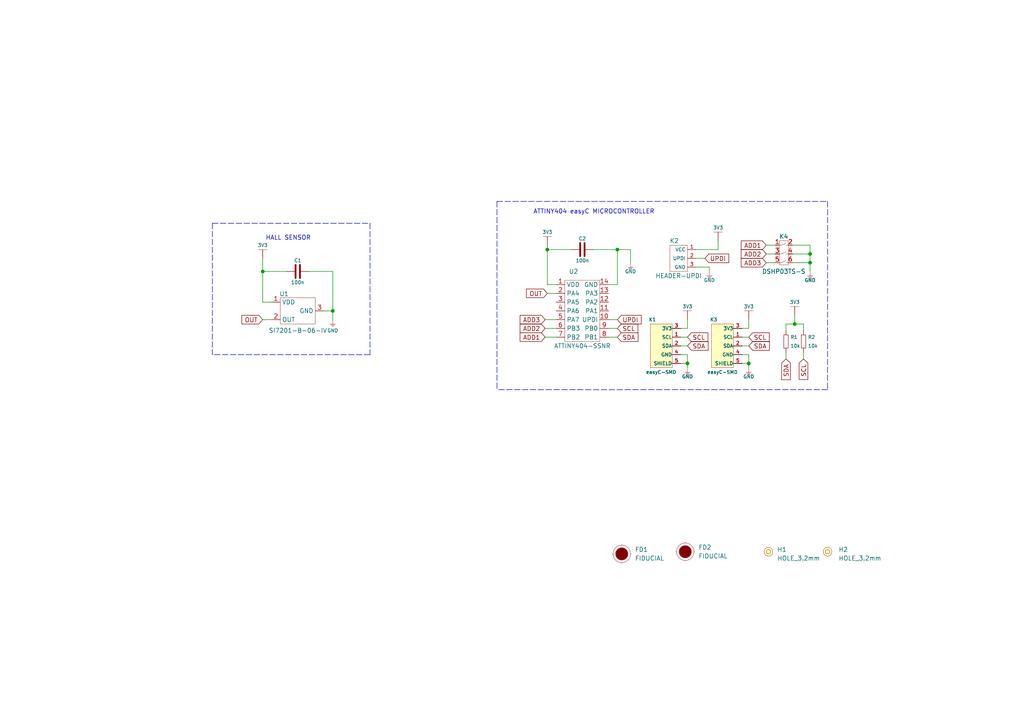
<source format=kicad_sch>
(kicad_sch (version 20211123) (generator eeschema)

  (uuid e327b338-5265-4d09-a850-0d5ed05f8c67)

  (paper "A4")

  (title_block
    (title "Hall efffect sensor digital easyC")
    (date "2021-09-01")
    (rev "V1.1.1.")
    (company "SOLDERED")
    (comment 1 "333081")
  )

  (lib_symbols
    (symbol "e-radionica.com schematics:0603C" (pin_numbers hide) (pin_names (offset 0.002)) (in_bom yes) (on_board yes)
      (property "Reference" "C" (id 0) (at -0.635 3.175 0)
        (effects (font (size 1 1)))
      )
      (property "Value" "0603C" (id 1) (at 0 -3.175 0)
        (effects (font (size 1 1)))
      )
      (property "Footprint" "e-radionica.com footprinti:0603C" (id 2) (at 0 0 0)
        (effects (font (size 1 1)) hide)
      )
      (property "Datasheet" "" (id 3) (at 0 0 0)
        (effects (font (size 1 1)) hide)
      )
      (symbol "0603C_0_1"
        (polyline
          (pts
            (xy -0.635 1.905)
            (xy -0.635 -1.905)
          )
          (stroke (width 0.5) (type default) (color 0 0 0 0))
          (fill (type none))
        )
        (polyline
          (pts
            (xy 0.635 1.905)
            (xy 0.635 -1.905)
          )
          (stroke (width 0.5) (type default) (color 0 0 0 0))
          (fill (type none))
        )
      )
      (symbol "0603C_1_1"
        (pin passive line (at -3.175 0 0) (length 2.54)
          (name "~" (effects (font (size 1.27 1.27))))
          (number "1" (effects (font (size 1.27 1.27))))
        )
        (pin passive line (at 3.175 0 180) (length 2.54)
          (name "~" (effects (font (size 1.27 1.27))))
          (number "2" (effects (font (size 1.27 1.27))))
        )
      )
    )
    (symbol "e-radionica.com schematics:0603R" (pin_numbers hide) (pin_names (offset 0.254)) (in_bom yes) (on_board yes)
      (property "Reference" "R" (id 0) (at -1.905 1.905 0)
        (effects (font (size 1 1)))
      )
      (property "Value" "0603R" (id 1) (at 0 -1.905 0)
        (effects (font (size 1 1)))
      )
      (property "Footprint" "e-radionica.com footprinti:0603R" (id 2) (at -0.635 1.905 0)
        (effects (font (size 1 1)) hide)
      )
      (property "Datasheet" "" (id 3) (at -0.635 1.905 0)
        (effects (font (size 1 1)) hide)
      )
      (symbol "0603R_0_1"
        (rectangle (start -1.905 -0.635) (end 1.905 -0.6604)
          (stroke (width 0.1) (type default) (color 0 0 0 0))
          (fill (type none))
        )
        (rectangle (start -1.905 0.635) (end -1.8796 -0.635)
          (stroke (width 0.1) (type default) (color 0 0 0 0))
          (fill (type none))
        )
        (rectangle (start -1.905 0.635) (end 1.905 0.6096)
          (stroke (width 0.1) (type default) (color 0 0 0 0))
          (fill (type none))
        )
        (rectangle (start 1.905 0.635) (end 1.9304 -0.635)
          (stroke (width 0.1) (type default) (color 0 0 0 0))
          (fill (type none))
        )
      )
      (symbol "0603R_1_1"
        (pin passive line (at -3.175 0 0) (length 1.27)
          (name "~" (effects (font (size 1.27 1.27))))
          (number "1" (effects (font (size 1.27 1.27))))
        )
        (pin passive line (at 3.175 0 180) (length 1.27)
          (name "~" (effects (font (size 1.27 1.27))))
          (number "2" (effects (font (size 1.27 1.27))))
        )
      )
    )
    (symbol "e-radionica.com schematics:3V3" (power) (pin_names (offset 0)) (in_bom yes) (on_board yes)
      (property "Reference" "#PWR" (id 0) (at 4.445 0 0)
        (effects (font (size 1 1)) hide)
      )
      (property "Value" "3V3" (id 1) (at 0 3.556 0)
        (effects (font (size 1 1)))
      )
      (property "Footprint" "" (id 2) (at 4.445 3.81 0)
        (effects (font (size 1 1)) hide)
      )
      (property "Datasheet" "" (id 3) (at 4.445 3.81 0)
        (effects (font (size 1 1)) hide)
      )
      (property "ki_keywords" "power-flag" (id 4) (at 0 0 0)
        (effects (font (size 1.27 1.27)) hide)
      )
      (property "ki_description" "Power symbol creates a global label with name \"+3V3\"" (id 5) (at 0 0 0)
        (effects (font (size 1.27 1.27)) hide)
      )
      (symbol "3V3_0_1"
        (polyline
          (pts
            (xy -1.27 2.54)
            (xy 1.27 2.54)
          )
          (stroke (width 0.0006) (type default) (color 0 0 0 0))
          (fill (type none))
        )
        (polyline
          (pts
            (xy 0 0)
            (xy 0 2.54)
          )
          (stroke (width 0) (type default) (color 0 0 0 0))
          (fill (type none))
        )
      )
      (symbol "3V3_1_1"
        (pin power_in line (at 0 0 90) (length 0) hide
          (name "3V3" (effects (font (size 1.27 1.27))))
          (number "1" (effects (font (size 1.27 1.27))))
        )
      )
    )
    (symbol "e-radionica.com schematics:ATTINY404-SSNR" (in_bom yes) (on_board yes)
      (property "Reference" "U" (id 0) (at -5.08 10.16 0)
        (effects (font (size 1.27 1.27)))
      )
      (property "Value" "ATTINY404-SSNR" (id 1) (at 0 -10.16 0)
        (effects (font (size 1.27 1.27)))
      )
      (property "Footprint" "e-radionica.com footprinti:SOIC-14" (id 2) (at 0 -11.43 0)
        (effects (font (size 1.27 1.27)) hide)
      )
      (property "Datasheet" "" (id 3) (at 0 -2.54 0)
        (effects (font (size 1.27 1.27)) hide)
      )
      (symbol "ATTINY404-SSNR_0_1"
        (rectangle (start -5.08 8.89) (end 5.08 -8.89)
          (stroke (width 0.0006) (type default) (color 0 0 0 0))
          (fill (type none))
        )
      )
      (symbol "ATTINY404-SSNR_1_1"
        (pin power_in line (at -7.62 7.62 0) (length 2.54)
          (name "VDD" (effects (font (size 1.27 1.27))))
          (number "1" (effects (font (size 1.27 1.27))))
        )
        (pin bidirectional line (at 7.62 -2.54 180) (length 2.54)
          (name "UPDI" (effects (font (size 1.27 1.27))))
          (number "10" (effects (font (size 1.27 1.27))))
        )
        (pin bidirectional line (at 7.62 0 180) (length 2.54)
          (name "PA1" (effects (font (size 1.27 1.27))))
          (number "11" (effects (font (size 1.27 1.27))))
        )
        (pin bidirectional line (at 7.62 2.54 180) (length 2.54)
          (name "PA2" (effects (font (size 1.27 1.27))))
          (number "12" (effects (font (size 1.27 1.27))))
        )
        (pin bidirectional line (at 7.62 5.08 180) (length 2.54)
          (name "PA3" (effects (font (size 1.27 1.27))))
          (number "13" (effects (font (size 1.27 1.27))))
        )
        (pin power_in line (at 7.62 7.62 180) (length 2.54)
          (name "GND" (effects (font (size 1.27 1.27))))
          (number "14" (effects (font (size 1.27 1.27))))
        )
        (pin bidirectional line (at -7.62 5.08 0) (length 2.54)
          (name "PA4" (effects (font (size 1.27 1.27))))
          (number "2" (effects (font (size 1.27 1.27))))
        )
        (pin bidirectional line (at -7.62 2.54 0) (length 2.54)
          (name "PA5" (effects (font (size 1.27 1.27))))
          (number "3" (effects (font (size 1.27 1.27))))
        )
        (pin bidirectional line (at -7.62 0 0) (length 2.54)
          (name "PA6" (effects (font (size 1.27 1.27))))
          (number "4" (effects (font (size 1.27 1.27))))
        )
        (pin bidirectional line (at -7.62 -2.54 0) (length 2.54)
          (name "PA7" (effects (font (size 1.27 1.27))))
          (number "5" (effects (font (size 1.27 1.27))))
        )
        (pin bidirectional line (at -7.62 -5.08 0) (length 2.54)
          (name "PB3" (effects (font (size 1.27 1.27))))
          (number "6" (effects (font (size 1.27 1.27))))
        )
        (pin bidirectional line (at -7.62 -7.62 0) (length 2.54)
          (name "PB2" (effects (font (size 1.27 1.27))))
          (number "7" (effects (font (size 1.27 1.27))))
        )
        (pin bidirectional line (at 7.62 -7.62 180) (length 2.54)
          (name "PB1" (effects (font (size 1.27 1.27))))
          (number "8" (effects (font (size 1.27 1.27))))
        )
        (pin bidirectional line (at 7.62 -5.08 180) (length 2.54)
          (name "PB0" (effects (font (size 1.27 1.27))))
          (number "9" (effects (font (size 1.27 1.27))))
        )
      )
    )
    (symbol "e-radionica.com schematics:DSHP03TS-S" (in_bom yes) (on_board yes)
      (property "Reference" "K" (id 0) (at 0 5.08 0)
        (effects (font (size 1.27 1.27)))
      )
      (property "Value" "DSHP03TS-S" (id 1) (at 0 -5.08 0)
        (effects (font (size 1.27 1.27)))
      )
      (property "Footprint" "e-radionica.com footprinti:DSHP03TS-S" (id 2) (at -1.27 -7.62 0)
        (effects (font (size 1.27 1.27)) hide)
      )
      (property "Datasheet" "" (id 3) (at 0 0 0)
        (effects (font (size 1.27 1.27)) hide)
      )
      (property "ki_keywords" "DIP SW SWITCH " (id 4) (at 0 0 0)
        (effects (font (size 1.27 1.27)) hide)
      )
      (symbol "DSHP03TS-S_0_1"
        (rectangle (start -1.27 3.81) (end 1.27 -3.175)
          (stroke (width 0.0006) (type default) (color 0 0 0 0))
          (fill (type none))
        )
        (polyline
          (pts
            (xy 1.27 -2.54)
            (xy 0.635 -2.54)
          )
          (stroke (width 0.0006) (type default) (color 0 0 0 0))
          (fill (type none))
        )
        (polyline
          (pts
            (xy 1.27 0)
            (xy 0.635 0)
          )
          (stroke (width 0.0006) (type default) (color 0 0 0 0))
          (fill (type none))
        )
        (polyline
          (pts
            (xy 1.27 2.54)
            (xy 0.635 2.54)
          )
          (stroke (width 0.0006) (type default) (color 0 0 0 0))
          (fill (type none))
        )
        (polyline
          (pts
            (xy -1.27 -2.54)
            (xy -0.635 -2.54)
            (xy 0.635 -1.905)
          )
          (stroke (width 0.0006) (type default) (color 0 0 0 0))
          (fill (type none))
        )
        (polyline
          (pts
            (xy -1.27 0)
            (xy -0.635 0)
            (xy 0.635 0.635)
          )
          (stroke (width 0.0006) (type default) (color 0 0 0 0))
          (fill (type none))
        )
        (polyline
          (pts
            (xy -1.27 2.54)
            (xy -0.635 2.54)
            (xy 0.635 3.175)
          )
          (stroke (width 0.0006) (type default) (color 0 0 0 0))
          (fill (type none))
        )
      )
      (symbol "DSHP03TS-S_1_1"
        (pin bidirectional line (at -2.54 2.54 0) (length 1.27)
          (name "~" (effects (font (size 1.27 1.27))))
          (number "1" (effects (font (size 1.27 1.27))))
        )
        (pin bidirectional line (at 2.54 2.54 180) (length 1.27)
          (name "~" (effects (font (size 1.27 1.27))))
          (number "2" (effects (font (size 1.27 1.27))))
        )
        (pin bidirectional line (at -2.54 0 0) (length 1.27)
          (name "~" (effects (font (size 1.27 1.27))))
          (number "3" (effects (font (size 1.27 1.27))))
        )
        (pin bidirectional line (at 2.54 0 180) (length 1.27)
          (name "~" (effects (font (size 1.27 1.27))))
          (number "4" (effects (font (size 1.27 1.27))))
        )
        (pin bidirectional line (at -2.54 -2.54 0) (length 1.27)
          (name "~" (effects (font (size 1.27 1.27))))
          (number "5" (effects (font (size 1.27 1.27))))
        )
        (pin bidirectional line (at 2.54 -2.54 180) (length 1.27)
          (name "~" (effects (font (size 1.27 1.27))))
          (number "6" (effects (font (size 1.27 1.27))))
        )
      )
    )
    (symbol "e-radionica.com schematics:FIDUCIAL" (in_bom yes) (on_board yes)
      (property "Reference" "FD" (id 0) (at 0 3.81 0)
        (effects (font (size 1.27 1.27)))
      )
      (property "Value" "FIDUCIAL" (id 1) (at 0 -3.81 0)
        (effects (font (size 1.27 1.27)))
      )
      (property "Footprint" "e-radionica.com footprinti:FIDUCIAL_23" (id 2) (at 0.254 -5.334 0)
        (effects (font (size 1.27 1.27)) hide)
      )
      (property "Datasheet" "" (id 3) (at 0 0 0)
        (effects (font (size 1.27 1.27)) hide)
      )
      (symbol "FIDUCIAL_0_1"
        (polyline
          (pts
            (xy -2.54 0)
            (xy -2.794 0)
          )
          (stroke (width 0.0006) (type default) (color 0 0 0 0))
          (fill (type none))
        )
        (polyline
          (pts
            (xy 0 -2.54)
            (xy 0 -2.794)
          )
          (stroke (width 0.0006) (type default) (color 0 0 0 0))
          (fill (type none))
        )
        (polyline
          (pts
            (xy 0 2.54)
            (xy 0 2.794)
          )
          (stroke (width 0.0006) (type default) (color 0 0 0 0))
          (fill (type none))
        )
        (polyline
          (pts
            (xy 2.54 0)
            (xy 2.794 0)
          )
          (stroke (width 0.0006) (type default) (color 0 0 0 0))
          (fill (type none))
        )
        (circle (center 0 0) (radius 1.7961)
          (stroke (width 0.001) (type default) (color 0 0 0 0))
          (fill (type outline))
        )
        (circle (center 0 0) (radius 2.54)
          (stroke (width 0.0006) (type default) (color 0 0 0 0))
          (fill (type none))
        )
      )
    )
    (symbol "e-radionica.com schematics:GND" (power) (pin_names (offset 0)) (in_bom yes) (on_board yes)
      (property "Reference" "#PWR" (id 0) (at 4.445 0 0)
        (effects (font (size 1 1)) hide)
      )
      (property "Value" "GND" (id 1) (at 0 -2.921 0)
        (effects (font (size 1 1)))
      )
      (property "Footprint" "" (id 2) (at 4.445 3.81 0)
        (effects (font (size 1 1)) hide)
      )
      (property "Datasheet" "" (id 3) (at 4.445 3.81 0)
        (effects (font (size 1 1)) hide)
      )
      (property "ki_keywords" "power-flag" (id 4) (at 0 0 0)
        (effects (font (size 1.27 1.27)) hide)
      )
      (property "ki_description" "Power symbol creates a global label with name \"+3V3\"" (id 5) (at 0 0 0)
        (effects (font (size 1.27 1.27)) hide)
      )
      (symbol "GND_0_1"
        (polyline
          (pts
            (xy -0.762 -1.27)
            (xy 0.762 -1.27)
          )
          (stroke (width 0.0006) (type default) (color 0 0 0 0))
          (fill (type none))
        )
        (polyline
          (pts
            (xy -0.635 -1.524)
            (xy 0.635 -1.524)
          )
          (stroke (width 0.0006) (type default) (color 0 0 0 0))
          (fill (type none))
        )
        (polyline
          (pts
            (xy -0.381 -1.778)
            (xy 0.381 -1.778)
          )
          (stroke (width 0.0006) (type default) (color 0 0 0 0))
          (fill (type none))
        )
        (polyline
          (pts
            (xy -0.127 -2.032)
            (xy 0.127 -2.032)
          )
          (stroke (width 0.0006) (type default) (color 0 0 0 0))
          (fill (type none))
        )
        (polyline
          (pts
            (xy 0 0)
            (xy 0 -1.27)
          )
          (stroke (width 0.0006) (type default) (color 0 0 0 0))
          (fill (type none))
        )
      )
      (symbol "GND_1_1"
        (pin power_in line (at 0 0 270) (length 0) hide
          (name "GND" (effects (font (size 1.27 1.27))))
          (number "1" (effects (font (size 1.27 1.27))))
        )
      )
    )
    (symbol "e-radionica.com schematics:HEADER-UPDI" (in_bom yes) (on_board yes)
      (property "Reference" "K" (id 0) (at -1.27 5.08 0)
        (effects (font (size 1.27 1.27)))
      )
      (property "Value" "HEADER-UPDI" (id 1) (at 0 -5.08 0)
        (effects (font (size 1.27 1.27)))
      )
      (property "Footprint" "e-radionica.com footprinti:HEADER-UPDI" (id 2) (at 2.54 -7.62 0)
        (effects (font (size 1.27 1.27)) hide)
      )
      (property "Datasheet" "" (id 3) (at 2.54 0 0)
        (effects (font (size 1.27 1.27)) hide)
      )
      (symbol "HEADER-UPDI_0_1"
        (rectangle (start -2.54 3.81) (end 2.54 -3.81)
          (stroke (width 0.0006) (type default) (color 0 0 0 0))
          (fill (type none))
        )
      )
      (symbol "HEADER-UPDI_1_1"
        (pin power_in line (at 5.08 2.54 180) (length 2.54)
          (name "VCC" (effects (font (size 1 1))))
          (number "1" (effects (font (size 1 1))))
        )
        (pin bidirectional line (at 5.08 0 180) (length 2.54)
          (name "UPDI" (effects (font (size 1 1))))
          (number "2" (effects (font (size 1 1))))
        )
        (pin power_in line (at 5.08 -2.54 180) (length 2.54)
          (name "GND" (effects (font (size 1 1))))
          (number "3" (effects (font (size 1 1))))
        )
      )
    )
    (symbol "e-radionica.com schematics:HOLE_3.2mm" (pin_numbers hide) (pin_names hide) (in_bom yes) (on_board yes)
      (property "Reference" "H" (id 0) (at 0 2.54 0)
        (effects (font (size 1.27 1.27)))
      )
      (property "Value" "HOLE_3.2mm" (id 1) (at 0 -2.54 0)
        (effects (font (size 1.27 1.27)))
      )
      (property "Footprint" "e-radionica.com footprinti:HOLE_3.2mm" (id 2) (at 0 0 0)
        (effects (font (size 1.27 1.27)) hide)
      )
      (property "Datasheet" "" (id 3) (at 0 0 0)
        (effects (font (size 1.27 1.27)) hide)
      )
      (symbol "HOLE_3.2mm_0_1"
        (circle (center 0 0) (radius 0.635)
          (stroke (width 0.0006) (type default) (color 0 0 0 0))
          (fill (type none))
        )
        (circle (center 0 0) (radius 1.27)
          (stroke (width 0.001) (type default) (color 0 0 0 0))
          (fill (type background))
        )
      )
    )
    (symbol "e-radionica.com schematics:SI7201-B-06-IV" (in_bom yes) (on_board yes)
      (property "Reference" "U" (id 0) (at -3.81 5.08 0)
        (effects (font (size 1.27 1.27)))
      )
      (property "Value" "SI7201-B-06-IV" (id 1) (at 0 -5.08 0)
        (effects (font (size 1.27 1.27)))
      )
      (property "Footprint" "e-radionica.com footprinti:SOT-23-3" (id 2) (at 0 -7.62 0)
        (effects (font (size 1.27 1.27)) hide)
      )
      (property "Datasheet" "" (id 3) (at 0 0 0)
        (effects (font (size 1.27 1.27)) hide)
      )
      (symbol "SI7201-B-06-IV_0_1"
        (rectangle (start -5.08 3.81) (end 5.08 -3.81)
          (stroke (width 0.0006) (type default) (color 0 0 0 0))
          (fill (type none))
        )
      )
      (symbol "SI7201-B-06-IV_1_1"
        (pin power_in line (at -7.62 2.54 0) (length 2.54)
          (name "VDD" (effects (font (size 1.27 1.27))))
          (number "1" (effects (font (size 1.27 1.27))))
        )
        (pin output line (at -7.62 -2.54 0) (length 2.54)
          (name "OUT" (effects (font (size 1.27 1.27))))
          (number "2" (effects (font (size 1.27 1.27))))
        )
        (pin power_in line (at 7.62 0 180) (length 2.54)
          (name "GND" (effects (font (size 1.27 1.27))))
          (number "3" (effects (font (size 1.27 1.27))))
        )
      )
    )
    (symbol "e-radionica.com schematics:easyC-SMD" (pin_names (offset 0.002)) (in_bom yes) (on_board yes)
      (property "Reference" "K" (id 0) (at -2.54 10.16 0)
        (effects (font (size 1 1)))
      )
      (property "Value" "easyC-SMD" (id 1) (at 0 -5.08 0)
        (effects (font (size 1 1)))
      )
      (property "Footprint" "e-radionica.com footprinti:easyC-connector" (id 2) (at 3.175 2.54 0)
        (effects (font (size 1 1)) hide)
      )
      (property "Datasheet" "" (id 3) (at 3.175 2.54 0)
        (effects (font (size 1 1)) hide)
      )
      (symbol "easyC-SMD_0_1"
        (rectangle (start -3.175 8.89) (end 3.175 -3.81)
          (stroke (width 0.001) (type default) (color 0 0 0 0))
          (fill (type background))
        )
      )
      (symbol "easyC-SMD_1_1"
        (pin passive line (at 5.715 5.08 180) (length 2.54)
          (name "SCL" (effects (font (size 1 1))))
          (number "1" (effects (font (size 1 1))))
        )
        (pin passive line (at 5.715 2.54 180) (length 2.54)
          (name "SDA" (effects (font (size 1 1))))
          (number "2" (effects (font (size 1 1))))
        )
        (pin passive line (at 5.715 7.62 180) (length 2.54)
          (name "3V3" (effects (font (size 1 1))))
          (number "3" (effects (font (size 1 1))))
        )
        (pin passive line (at 5.715 0 180) (length 2.54)
          (name "GND" (effects (font (size 1 1))))
          (number "4" (effects (font (size 1 1))))
        )
        (pin passive line (at 5.715 -2.54 180) (length 2.54)
          (name "SHIELD" (effects (font (size 1 1))))
          (number "5" (effects (font (size 1 1))))
        )
      )
    )
  )

  (junction (at 199.39 105.41) (diameter 0.9144) (color 0 0 0 0)
    (uuid 1e8701fc-ad24-40ea-846a-e3db538d6077)
  )
  (junction (at 179.07 72.39) (diameter 0.9144) (color 0 0 0 0)
    (uuid 25d545dc-8f50-4573-922c-35ef5a2a3a19)
  )
  (junction (at 234.95 76.2) (diameter 0.9144) (color 0 0 0 0)
    (uuid 40976bf0-19de-460f-ad64-224d4f51e16b)
  )
  (junction (at 234.95 73.66) (diameter 0.9144) (color 0 0 0 0)
    (uuid 8c514922-ffe1-4e37-a260-e807409f2e0d)
  )
  (junction (at 76.2 78.74) (diameter 0.9144) (color 0 0 0 0)
    (uuid aca4de92-9c41-4c2b-9afa-540d02dafa1c)
  )
  (junction (at 230.505 93.98) (diameter 0.9144) (color 0 0 0 0)
    (uuid c25a772d-af9c-4ebc-96f6-0966738c13a8)
  )
  (junction (at 96.52 90.17) (diameter 0.9144) (color 0 0 0 0)
    (uuid c43663ee-9a0d-4f27-a292-89ba89964065)
  )
  (junction (at 158.75 72.39) (diameter 0.9144) (color 0 0 0 0)
    (uuid c830e3bc-dc64-4f65-8f47-3b106bae2807)
  )
  (junction (at 217.17 105.41) (diameter 0.9144) (color 0 0 0 0)
    (uuid d5641ac9-9be7-46bf-90b3-6c83d852b5ba)
  )

  (polyline (pts (xy 240.03 58.42) (xy 240.03 113.03))
    (stroke (width 0) (type dash) (color 0 0 0 0))
    (uuid 023c4b84-d396-45e9-9a87-56c8eef38fb1)
  )

  (wire (pts (xy 229.87 73.66) (xy 234.95 73.66))
    (stroke (width 0) (type solid) (color 0 0 0 0))
    (uuid 08bb12ef-391e-42fc-aa38-653f2f72f4af)
  )
  (wire (pts (xy 229.87 71.12) (xy 234.95 71.12))
    (stroke (width 0) (type solid) (color 0 0 0 0))
    (uuid 0c75d785-d4cb-4339-be41-818a12eed565)
  )
  (wire (pts (xy 197.485 95.25) (xy 199.39 95.25))
    (stroke (width 0) (type solid) (color 0 0 0 0))
    (uuid 0e06e9d7-c6d7-4d37-9366-998ecfaf96bb)
  )
  (wire (pts (xy 197.485 100.33) (xy 199.39 100.33))
    (stroke (width 0) (type solid) (color 0 0 0 0))
    (uuid 12101f7b-a670-446e-808d-a6b6ad30b51e)
  )
  (wire (pts (xy 199.39 95.25) (xy 199.39 92.71))
    (stroke (width 0) (type solid) (color 0 0 0 0))
    (uuid 12a4b794-91d9-45d6-9c6c-45970ab34653)
  )
  (wire (pts (xy 165.735 72.39) (xy 158.75 72.39))
    (stroke (width 0) (type solid) (color 0 0 0 0))
    (uuid 144406ff-481e-4305-81eb-112f2910ea82)
  )
  (wire (pts (xy 205.74 77.47) (xy 205.74 78.74))
    (stroke (width 0) (type solid) (color 0 0 0 0))
    (uuid 15b6407c-845c-40ca-beda-defe98cc4527)
  )
  (wire (pts (xy 93.98 90.17) (xy 96.52 90.17))
    (stroke (width 0) (type solid) (color 0 0 0 0))
    (uuid 1a4a9cfa-826b-4905-bcc8-1cd77e7b7b37)
  )
  (wire (pts (xy 76.2 87.63) (xy 78.74 87.63))
    (stroke (width 0) (type solid) (color 0 0 0 0))
    (uuid 1a4ce181-3b83-4d81-8fa7-08d19c1dab6d)
  )
  (wire (pts (xy 76.2 74.93) (xy 76.2 78.74))
    (stroke (width 0) (type solid) (color 0 0 0 0))
    (uuid 1a7f67b9-4fa4-426f-9daa-2ac6e3c08597)
  )
  (wire (pts (xy 227.965 93.98) (xy 230.505 93.98))
    (stroke (width 0) (type solid) (color 0 0 0 0))
    (uuid 1ac3034e-d864-4cd4-840c-37183de7a51a)
  )
  (wire (pts (xy 76.2 78.74) (xy 76.2 87.63))
    (stroke (width 0) (type solid) (color 0 0 0 0))
    (uuid 1c8e1f01-19b8-4776-9daa-170afe3aad74)
  )
  (wire (pts (xy 197.485 105.41) (xy 199.39 105.41))
    (stroke (width 0) (type solid) (color 0 0 0 0))
    (uuid 249bf6f0-4abe-4244-8e91-53fb99578997)
  )
  (wire (pts (xy 158.75 82.55) (xy 158.75 72.39))
    (stroke (width 0) (type solid) (color 0 0 0 0))
    (uuid 268b88b3-1e67-478a-ae92-146b2db56c01)
  )
  (wire (pts (xy 96.52 90.17) (xy 96.52 92.71))
    (stroke (width 0) (type solid) (color 0 0 0 0))
    (uuid 27657981-07a4-4015-9b45-8cfe244ba329)
  )
  (wire (pts (xy 161.29 82.55) (xy 158.75 82.55))
    (stroke (width 0) (type solid) (color 0 0 0 0))
    (uuid 2c1aebe3-119d-4de8-82f6-e038a5a2726b)
  )
  (wire (pts (xy 229.87 76.2) (xy 234.95 76.2))
    (stroke (width 0) (type solid) (color 0 0 0 0))
    (uuid 31059583-e961-47cf-b51f-13dbad0391d5)
  )
  (wire (pts (xy 233.045 93.98) (xy 230.505 93.98))
    (stroke (width 0) (type solid) (color 0 0 0 0))
    (uuid 3915cac6-7715-419f-a062-6983bb44fc39)
  )
  (wire (pts (xy 217.17 102.87) (xy 217.17 105.41))
    (stroke (width 0) (type solid) (color 0 0 0 0))
    (uuid 3b2c1ef1-aa05-43da-9f20-faa92613f2e9)
  )
  (polyline (pts (xy 61.595 64.77) (xy 107.315 64.77))
    (stroke (width 0) (type dash) (color 0 0 0 0))
    (uuid 3b3b0bfc-b503-44a3-94b1-270b1888bc04)
  )

  (wire (pts (xy 215.265 95.25) (xy 217.17 95.25))
    (stroke (width 0) (type solid) (color 0 0 0 0))
    (uuid 3c878b90-378b-49b9-8e9d-3f9e598bfebd)
  )
  (wire (pts (xy 158.115 95.25) (xy 161.29 95.25))
    (stroke (width 0) (type solid) (color 0 0 0 0))
    (uuid 3d31ed68-56ab-4f51-a50b-f7b9561bfd9c)
  )
  (wire (pts (xy 76.2 92.71) (xy 78.74 92.71))
    (stroke (width 0) (type solid) (color 0 0 0 0))
    (uuid 4768edf6-521b-4e25-8f2f-675989069440)
  )
  (wire (pts (xy 89.535 78.74) (xy 96.52 78.74))
    (stroke (width 0) (type solid) (color 0 0 0 0))
    (uuid 52f679b5-23d9-41bc-84a8-bdc05430816b)
  )
  (wire (pts (xy 222.25 71.12) (xy 224.79 71.12))
    (stroke (width 0) (type solid) (color 0 0 0 0))
    (uuid 59904bb4-ec38-4d54-8f3b-99b467823271)
  )
  (polyline (pts (xy 240.03 113.03) (xy 144.145 113.03))
    (stroke (width 0) (type dash) (color 0 0 0 0))
    (uuid 5b5b09e3-2a8d-43b1-a0c4-400e589151cf)
  )

  (wire (pts (xy 215.265 102.87) (xy 217.17 102.87))
    (stroke (width 0) (type solid) (color 0 0 0 0))
    (uuid 5d7f6844-a02a-49ac-b8a0-d1f3f3fcc04e)
  )
  (polyline (pts (xy 144.145 58.42) (xy 240.03 58.42))
    (stroke (width 0) (type dash) (color 0 0 0 0))
    (uuid 5ff5d7dc-2c81-492b-a053-e94d1b48808e)
  )

  (wire (pts (xy 201.93 72.39) (xy 208.28 72.39))
    (stroke (width 0) (type solid) (color 0 0 0 0))
    (uuid 616260ba-ede9-4ceb-9963-884262be1d2c)
  )
  (wire (pts (xy 179.07 72.39) (xy 182.88 72.39))
    (stroke (width 0) (type solid) (color 0 0 0 0))
    (uuid 62df0470-441d-4e30-b5e0-5f52ea07096e)
  )
  (wire (pts (xy 217.17 105.41) (xy 217.17 106.68))
    (stroke (width 0) (type solid) (color 0 0 0 0))
    (uuid 64eab798-4db6-4f04-9c69-c02465f18d47)
  )
  (wire (pts (xy 197.485 102.87) (xy 199.39 102.87))
    (stroke (width 0) (type solid) (color 0 0 0 0))
    (uuid 68fd99c6-0d5a-445c-9ea6-518e4e3390df)
  )
  (wire (pts (xy 176.53 97.79) (xy 179.07 97.79))
    (stroke (width 0) (type solid) (color 0 0 0 0))
    (uuid 6badec8b-bbdf-4dc8-97ef-6ff0e1d52a4c)
  )
  (wire (pts (xy 227.965 102.235) (xy 227.965 104.14))
    (stroke (width 0) (type solid) (color 0 0 0 0))
    (uuid 70ad3f83-7372-4e5d-a1f2-d8ac38a43503)
  )
  (wire (pts (xy 96.52 78.74) (xy 96.52 90.17))
    (stroke (width 0) (type solid) (color 0 0 0 0))
    (uuid 78998b7b-f864-4b37-a538-9cbacf78077d)
  )
  (wire (pts (xy 234.95 76.2) (xy 234.95 78.74))
    (stroke (width 0) (type solid) (color 0 0 0 0))
    (uuid 78b29a62-d243-434c-9258-00bc6fdf6e0f)
  )
  (wire (pts (xy 172.085 72.39) (xy 179.07 72.39))
    (stroke (width 0) (type solid) (color 0 0 0 0))
    (uuid 799d3959-c5cf-42a9-aa8d-dbe0e7926763)
  )
  (wire (pts (xy 199.39 105.41) (xy 199.39 106.68))
    (stroke (width 0) (type solid) (color 0 0 0 0))
    (uuid 7ade7575-3b44-4ff3-b55d-743eceeca08b)
  )
  (wire (pts (xy 176.53 92.71) (xy 179.07 92.71))
    (stroke (width 0) (type solid) (color 0 0 0 0))
    (uuid 7c688fdc-174a-474b-9ccc-d5d65992a609)
  )
  (wire (pts (xy 179.07 72.39) (xy 179.07 82.55))
    (stroke (width 0) (type solid) (color 0 0 0 0))
    (uuid 7cad1e66-1d9d-4a11-945a-6ea6d2329156)
  )
  (polyline (pts (xy 107.315 64.77) (xy 107.315 102.87))
    (stroke (width 0) (type dash) (color 0 0 0 0))
    (uuid 7cbd7204-ff55-40cd-874b-961d393ecec2)
  )

  (wire (pts (xy 76.2 78.74) (xy 83.185 78.74))
    (stroke (width 0) (type solid) (color 0 0 0 0))
    (uuid 82a23b26-a270-47d5-87c8-fd37f91afe5d)
  )
  (polyline (pts (xy 61.595 64.77) (xy 61.595 102.87))
    (stroke (width 0) (type dash) (color 0 0 0 0))
    (uuid 917a686b-d1fe-4408-9c0b-fa3592ca873e)
  )

  (wire (pts (xy 234.95 71.12) (xy 234.95 73.66))
    (stroke (width 0) (type solid) (color 0 0 0 0))
    (uuid 95c58264-bee4-47d1-89f1-1bc06b3bf0d9)
  )
  (wire (pts (xy 227.965 95.885) (xy 227.965 93.98))
    (stroke (width 0) (type solid) (color 0 0 0 0))
    (uuid a4d354e7-355f-440e-9f77-19810b8a8703)
  )
  (wire (pts (xy 217.17 95.25) (xy 217.17 92.71))
    (stroke (width 0) (type solid) (color 0 0 0 0))
    (uuid ab2aef4e-221e-4d7b-b69a-f12708b649f8)
  )
  (wire (pts (xy 208.28 72.39) (xy 208.28 69.85))
    (stroke (width 0) (type solid) (color 0 0 0 0))
    (uuid ae6ec98c-88cb-4cf7-a54a-8770dcf587d9)
  )
  (wire (pts (xy 158.115 97.79) (xy 161.29 97.79))
    (stroke (width 0) (type solid) (color 0 0 0 0))
    (uuid af3cd21f-a9cd-4ea3-a951-5467f70c5741)
  )
  (polyline (pts (xy 107.315 102.87) (xy 61.595 102.87))
    (stroke (width 0) (type dash) (color 0 0 0 0))
    (uuid b069feb1-7fba-44ed-92a4-296d9cbb5344)
  )

  (wire (pts (xy 215.265 97.79) (xy 217.17 97.79))
    (stroke (width 0) (type solid) (color 0 0 0 0))
    (uuid b413a569-1cbb-4b71-bc1f-94cba4f9274d)
  )
  (wire (pts (xy 201.93 74.93) (xy 204.47 74.93))
    (stroke (width 0) (type solid) (color 0 0 0 0))
    (uuid b64fe833-a5e9-4652-bf8a-267fe874563e)
  )
  (wire (pts (xy 197.485 97.79) (xy 199.39 97.79))
    (stroke (width 0) (type solid) (color 0 0 0 0))
    (uuid bd1aac86-412a-4112-8683-75144f0899dc)
  )
  (wire (pts (xy 222.25 76.2) (xy 224.79 76.2))
    (stroke (width 0) (type solid) (color 0 0 0 0))
    (uuid c249ee5e-f9bd-47d7-99dc-450bf7b250ee)
  )
  (wire (pts (xy 215.265 105.41) (xy 217.17 105.41))
    (stroke (width 0) (type solid) (color 0 0 0 0))
    (uuid c6f3c1bd-3ed6-45ae-8c94-aae0e08e7116)
  )
  (wire (pts (xy 230.505 93.98) (xy 230.505 91.44))
    (stroke (width 0) (type solid) (color 0 0 0 0))
    (uuid c7f441fa-17f3-415b-9bec-eddd9f380a6a)
  )
  (wire (pts (xy 158.75 72.39) (xy 158.75 71.12))
    (stroke (width 0) (type solid) (color 0 0 0 0))
    (uuid ca49b7fc-f700-43a1-b839-e3e6f13f87d6)
  )
  (wire (pts (xy 182.88 72.39) (xy 182.88 76.2))
    (stroke (width 0) (type solid) (color 0 0 0 0))
    (uuid cda74dd8-6e85-4fda-ae18-a83536674f50)
  )
  (wire (pts (xy 222.25 73.66) (xy 224.79 73.66))
    (stroke (width 0) (type solid) (color 0 0 0 0))
    (uuid ce6ce318-7bfc-4883-b080-ab7ffaaba20d)
  )
  (wire (pts (xy 234.95 73.66) (xy 234.95 76.2))
    (stroke (width 0) (type solid) (color 0 0 0 0))
    (uuid ddab0b0f-54d8-455f-b991-c7c6ee20b648)
  )
  (wire (pts (xy 233.045 102.235) (xy 233.045 104.14))
    (stroke (width 0) (type solid) (color 0 0 0 0))
    (uuid e0c78633-7935-4ae3-89ad-23dc3c072709)
  )
  (wire (pts (xy 201.93 77.47) (xy 205.74 77.47))
    (stroke (width 0) (type solid) (color 0 0 0 0))
    (uuid e52bbffe-456b-45d3-abf5-08ba2b3ef4e8)
  )
  (wire (pts (xy 179.07 82.55) (xy 176.53 82.55))
    (stroke (width 0) (type solid) (color 0 0 0 0))
    (uuid e80b9aeb-5dd2-4abd-ac02-83dc77972377)
  )
  (wire (pts (xy 158.115 92.71) (xy 161.29 92.71))
    (stroke (width 0) (type solid) (color 0 0 0 0))
    (uuid eaff3c79-03dd-4c3a-aa64-0aa49d21d539)
  )
  (wire (pts (xy 215.265 100.33) (xy 217.17 100.33))
    (stroke (width 0) (type solid) (color 0 0 0 0))
    (uuid ec6625ed-36c7-44ff-b819-5b497fcb82ae)
  )
  (wire (pts (xy 176.53 95.25) (xy 179.07 95.25))
    (stroke (width 0) (type solid) (color 0 0 0 0))
    (uuid ed840fde-33a1-44f2-a1f0-e2b9e1cd03ad)
  )
  (wire (pts (xy 233.045 95.885) (xy 233.045 93.98))
    (stroke (width 0) (type solid) (color 0 0 0 0))
    (uuid ef5ae475-5493-428f-8e83-17f244319bf6)
  )
  (wire (pts (xy 199.39 102.87) (xy 199.39 105.41))
    (stroke (width 0) (type solid) (color 0 0 0 0))
    (uuid f67aa948-25ce-4d87-997d-f14cd6cba209)
  )
  (polyline (pts (xy 144.145 58.42) (xy 144.145 113.03))
    (stroke (width 0) (type dash) (color 0 0 0 0))
    (uuid f85a3056-fa91-41e9-b592-0aa2cb404e73)
  )

  (wire (pts (xy 158.75 85.09) (xy 161.29 85.09))
    (stroke (width 0) (type solid) (color 0 0 0 0))
    (uuid fa04a98d-a912-4165-a017-4d6e9d441d8d)
  )

  (text "HALL SENSOR" (at 90.17 69.85 180)
    (effects (font (size 1.27 1.27)) (justify right bottom))
    (uuid ae69e601-6350-4057-99d2-6a52dd246702)
  )
  (text "ATTINY404 easyC MICROCONTROLLER" (at 189.865 62.23 180)
    (effects (font (size 1.27 1.27)) (justify right bottom))
    (uuid ee4de9e6-55ae-47d8-91a8-a11ab578bae5)
  )

  (global_label "ADD1" (shape input) (at 222.25 71.12 180)
    (effects (font (size 1.27 1.27)) (justify right))
    (uuid 10b4230f-0d27-4bff-8de3-5944a225ef28)
    (property "Intersheet References" "${INTERSHEET_REFS}" (id 0) (at 213.4748 71.0406 0)
      (effects (font (size 1.27 1.27)) (justify right) hide)
    )
  )
  (global_label "SDA" (shape input) (at 227.965 104.14 270)
    (effects (font (size 1.27 1.27)) (justify right))
    (uuid 16156748-5c21-4955-8cdf-8f90762c3229)
    (property "Intersheet References" "${INTERSHEET_REFS}" (id 0) (at 227.8856 111.6452 90)
      (effects (font (size 1.27 1.27)) (justify right) hide)
    )
  )
  (global_label "SCL" (shape input) (at 179.07 95.25 0)
    (effects (font (size 1.27 1.27)) (justify left))
    (uuid 216367a4-c60c-4ade-8f2e-ffff76423674)
    (property "Intersheet References" "${INTERSHEET_REFS}" (id 0) (at 186.5147 95.1706 0)
      (effects (font (size 1.27 1.27)) (justify left) hide)
    )
  )
  (global_label "OUT" (shape input) (at 158.75 85.09 180)
    (effects (font (size 1.27 1.27)) (justify right))
    (uuid 3b76ee77-5f2d-4f16-93db-862f857454f5)
    (property "Intersheet References" "${INTERSHEET_REFS}" (id 0) (at 151.1843 85.0106 0)
      (effects (font (size 1.27 1.27)) (justify right) hide)
    )
  )
  (global_label "ADD1" (shape input) (at 158.115 97.79 180)
    (effects (font (size 1.27 1.27)) (justify right))
    (uuid 4f672dec-ed58-4987-b2af-77d00386a4c7)
    (property "Intersheet References" "${INTERSHEET_REFS}" (id 0) (at 149.3398 97.7106 0)
      (effects (font (size 1.27 1.27)) (justify right) hide)
    )
  )
  (global_label "ADD3" (shape input) (at 158.115 92.71 180)
    (effects (font (size 1.27 1.27)) (justify right))
    (uuid 50b9f34d-6b1b-4385-8a19-30fb4c091912)
    (property "Intersheet References" "${INTERSHEET_REFS}" (id 0) (at 149.3398 92.6306 0)
      (effects (font (size 1.27 1.27)) (justify right) hide)
    )
  )
  (global_label "ADD2" (shape input) (at 158.115 95.25 180)
    (effects (font (size 1.27 1.27)) (justify right))
    (uuid 53c1ada5-60b6-4c1e-8c92-8e193590c3e6)
    (property "Intersheet References" "${INTERSHEET_REFS}" (id 0) (at 149.3398 95.1706 0)
      (effects (font (size 1.27 1.27)) (justify right) hide)
    )
  )
  (global_label "SCL" (shape input) (at 199.39 97.79 0)
    (effects (font (size 1.27 1.27)) (justify left))
    (uuid 58f7c2ce-f0f1-4e91-b0d9-986073d0d9a7)
    (property "Intersheet References" "${INTERSHEET_REFS}" (id 0) (at 206.8347 97.7106 0)
      (effects (font (size 1.27 1.27)) (justify left) hide)
    )
  )
  (global_label "SDA" (shape input) (at 199.39 100.33 0)
    (effects (font (size 1.27 1.27)) (justify left))
    (uuid 87dce7ed-f233-49a9-92ec-d6c56b2fac80)
    (property "Intersheet References" "${INTERSHEET_REFS}" (id 0) (at 206.8952 100.2506 0)
      (effects (font (size 1.27 1.27)) (justify left) hide)
    )
  )
  (global_label "SCL" (shape input) (at 233.045 104.14 270)
    (effects (font (size 1.27 1.27)) (justify right))
    (uuid 8c98c751-eca6-49b1-be03-ce73e54b401f)
    (property "Intersheet References" "${INTERSHEET_REFS}" (id 0) (at 233.1244 111.5847 90)
      (effects (font (size 1.27 1.27)) (justify right) hide)
    )
  )
  (global_label "UPDI" (shape input) (at 179.07 92.71 0)
    (effects (font (size 1.27 1.27)) (justify left))
    (uuid 9ff22ee7-2ff4-4a78-9fe8-84674efd21f3)
    (property "Intersheet References" "${INTERSHEET_REFS}" (id 0) (at 187.4823 92.6306 0)
      (effects (font (size 1.27 1.27)) (justify left) hide)
    )
  )
  (global_label "SCL" (shape input) (at 217.17 97.79 0)
    (effects (font (size 1.27 1.27)) (justify left))
    (uuid b666cfc1-32f0-42ad-abd8-a3565397256b)
    (property "Intersheet References" "${INTERSHEET_REFS}" (id 0) (at 224.6147 97.7106 0)
      (effects (font (size 1.27 1.27)) (justify left) hide)
    )
  )
  (global_label "SDA" (shape input) (at 179.07 97.79 0)
    (effects (font (size 1.27 1.27)) (justify left))
    (uuid c45855e6-b418-4067-b523-64d40f398adc)
    (property "Intersheet References" "${INTERSHEET_REFS}" (id 0) (at 186.5752 97.8694 0)
      (effects (font (size 1.27 1.27)) (justify left) hide)
    )
  )
  (global_label "SDA" (shape input) (at 217.17 100.33 0)
    (effects (font (size 1.27 1.27)) (justify left))
    (uuid c7947db5-00ff-4f1c-b5bd-c86850ee065c)
    (property "Intersheet References" "${INTERSHEET_REFS}" (id 0) (at 224.6752 100.2506 0)
      (effects (font (size 1.27 1.27)) (justify left) hide)
    )
  )
  (global_label "ADD2" (shape input) (at 222.25 73.66 180)
    (effects (font (size 1.27 1.27)) (justify right))
    (uuid cd59b35c-0efb-41c6-95c8-a49718ba94c6)
    (property "Intersheet References" "${INTERSHEET_REFS}" (id 0) (at 213.4748 73.5806 0)
      (effects (font (size 1.27 1.27)) (justify right) hide)
    )
  )
  (global_label "OUT" (shape input) (at 76.2 92.71 180)
    (effects (font (size 1.27 1.27)) (justify right))
    (uuid da9cd49c-9dea-4305-ad40-20d35ac86c30)
    (property "Intersheet References" "${INTERSHEET_REFS}" (id 0) (at 68.6343 92.6306 0)
      (effects (font (size 1.27 1.27)) (justify right) hide)
    )
  )
  (global_label "ADD3" (shape input) (at 222.25 76.2 180)
    (effects (font (size 1.27 1.27)) (justify right))
    (uuid e6fc78c4-900d-4f3f-841b-fdc040af92bb)
    (property "Intersheet References" "${INTERSHEET_REFS}" (id 0) (at 213.4748 76.1206 0)
      (effects (font (size 1.27 1.27)) (justify right) hide)
    )
  )
  (global_label "UPDI" (shape input) (at 204.47 74.93 0)
    (effects (font (size 1.27 1.27)) (justify left))
    (uuid feb3ef34-045e-494b-81ab-057652f562df)
    (property "Intersheet References" "${INTERSHEET_REFS}" (id 0) (at 212.8823 74.8506 0)
      (effects (font (size 1.27 1.27)) (justify left) hide)
    )
  )

  (symbol (lib_id "e-radionica.com schematics:GND") (at 234.95 78.74 0) (unit 1)
    (in_bom yes) (on_board yes)
    (uuid 00dbd393-1815-4993-a51b-29c31c67dfe0)
    (property "Reference" "#PWR012" (id 0) (at 239.395 78.74 0)
      (effects (font (size 1 1)) hide)
    )
    (property "Value" "GND" (id 1) (at 234.95 81.28 0)
      (effects (font (size 1 1)))
    )
    (property "Footprint" "" (id 2) (at 239.395 74.93 0)
      (effects (font (size 1 1)) hide)
    )
    (property "Datasheet" "" (id 3) (at 239.395 74.93 0)
      (effects (font (size 1 1)) hide)
    )
    (pin "1" (uuid 2a6b0601-cc03-4ad2-b1c8-f6efd66fea71))
  )

  (symbol (lib_id "e-radionica.com schematics:0603C") (at 168.91 72.39 0) (unit 1)
    (in_bom yes) (on_board yes)
    (uuid 0c1ef147-1164-495d-9c49-3d6fbdb9fe05)
    (property "Reference" "C2" (id 0) (at 168.91 69.215 0)
      (effects (font (size 1 1)))
    )
    (property "Value" "100n" (id 1) (at 168.91 75.565 0)
      (effects (font (size 1 1)))
    )
    (property "Footprint" "e-radionica.com footprinti:0603C" (id 2) (at 168.91 72.39 0)
      (effects (font (size 1 1)) hide)
    )
    (property "Datasheet" "" (id 3) (at 168.91 72.39 0)
      (effects (font (size 1 1)) hide)
    )
    (pin "1" (uuid 08acf4e0-9151-4daa-843e-9f7d092f029f))
    (pin "2" (uuid 627c54b3-95e3-40ac-b6a6-a91766d9ef4f))
  )

  (symbol (lib_id "e-radionica.com schematics:GND") (at 96.52 92.71 0) (unit 1)
    (in_bom yes) (on_board yes)
    (uuid 0c3e6aa5-60e0-49aa-9cf7-ecaa773569a5)
    (property "Reference" "#PWR02" (id 0) (at 100.965 92.71 0)
      (effects (font (size 1 1)) hide)
    )
    (property "Value" "GND" (id 1) (at 96.52 95.885 0)
      (effects (font (size 1 1)))
    )
    (property "Footprint" "" (id 2) (at 100.965 88.9 0)
      (effects (font (size 1 1)) hide)
    )
    (property "Datasheet" "" (id 3) (at 100.965 88.9 0)
      (effects (font (size 1 1)) hide)
    )
    (pin "1" (uuid 4adeb464-f971-42a2-b25f-794ece033b2a))
  )

  (symbol (lib_id "e-radionica.com schematics:ATTINY404-SSNR") (at 168.91 90.17 0) (unit 1)
    (in_bom yes) (on_board yes)
    (uuid 0c8520d4-1d84-478c-b5ac-5367de36750c)
    (property "Reference" "U2" (id 0) (at 166.37 78.74 0))
    (property "Value" "ATTINY404-SSNR" (id 1) (at 168.91 100.33 0))
    (property "Footprint" "e-radionica.com footprinti:SOIC-14" (id 2) (at 168.91 101.6 0)
      (effects (font (size 1.27 1.27)) hide)
    )
    (property "Datasheet" "" (id 3) (at 168.91 92.71 0)
      (effects (font (size 1.27 1.27)) hide)
    )
    (pin "1" (uuid a974dc11-8585-4e8f-9d18-e9709a5597e8))
    (pin "10" (uuid 507759b4-dca0-4d7f-b8a2-103da32a13bd))
    (pin "11" (uuid 89143384-240e-47a3-9a11-24c9b0b71a23))
    (pin "12" (uuid 03825985-5c0a-4f40-b150-083f575568d4))
    (pin "13" (uuid af17a8d6-dc08-4978-a95e-15d876dd2663))
    (pin "14" (uuid ee790bfb-7347-4422-bac8-fe0f09f299d0))
    (pin "2" (uuid 50f713e6-e1f6-46ad-b21b-6ad9ad12407a))
    (pin "3" (uuid e453e7e8-4622-41cd-84d6-0b7340f5cd5e))
    (pin "4" (uuid 750a6484-b119-4732-abf5-41bc0e0a6f5f))
    (pin "5" (uuid c5991a98-de7b-489f-84a0-cc8877550f87))
    (pin "6" (uuid 271368c4-a7a9-4e81-b65c-fb1c9382fbc6))
    (pin "7" (uuid abd662ef-1595-46ad-b138-95e6ab8baed8))
    (pin "8" (uuid 9525d921-b67a-4e66-ab90-8e0e6df15a20))
    (pin "9" (uuid 51feacb1-e774-4212-9807-e40295eaf579))
  )

  (symbol (lib_id "e-radionica.com schematics:SI7201-B-06-IV") (at 86.36 90.17 0) (unit 1)
    (in_bom yes) (on_board yes)
    (uuid 1a22c2bb-1006-4a5b-bbf7-e0c0d478f7c4)
    (property "Reference" "U1" (id 0) (at 82.3976 85.2424 0))
    (property "Value" "SI7201-B-06-IV" (id 1) (at 86.4108 95.8596 0))
    (property "Footprint" "e-radionica.com footprinti:SOT-23-3" (id 2) (at 86.36 97.79 0)
      (effects (font (size 1.27 1.27)) hide)
    )
    (property "Datasheet" "" (id 3) (at 86.36 90.17 0)
      (effects (font (size 1.27 1.27)) hide)
    )
    (pin "1" (uuid aa374f7b-fa08-42ce-8f53-0940ff03042d))
    (pin "2" (uuid c73b064b-3900-4b7a-9e01-85cceda14fb3))
    (pin "3" (uuid 0857911e-fde5-4fbf-8509-7f94dddb4cb6))
  )

  (symbol (lib_id "e-radionica.com schematics:GND") (at 199.39 106.68 0) (unit 1)
    (in_bom yes) (on_board yes)
    (uuid 2440b55c-cc86-4adc-a4cc-ff4a5d09a2e1)
    (property "Reference" "#PWR06" (id 0) (at 203.835 106.68 0)
      (effects (font (size 1 1)) hide)
    )
    (property "Value" "GND" (id 1) (at 199.39 109.22 0)
      (effects (font (size 1 1)))
    )
    (property "Footprint" "" (id 2) (at 203.835 102.87 0)
      (effects (font (size 1 1)) hide)
    )
    (property "Datasheet" "" (id 3) (at 203.835 102.87 0)
      (effects (font (size 1 1)) hide)
    )
    (pin "1" (uuid 2a6b0601-cc03-4ad2-b1c8-f6efd66fea6e))
  )

  (symbol (lib_id "e-radionica.com schematics:HEADER-UPDI") (at 196.85 74.93 0) (unit 1)
    (in_bom yes) (on_board yes)
    (uuid 2fe794a4-4aec-4abd-a549-d1ab23504bf2)
    (property "Reference" "K2" (id 0) (at 195.58 69.85 0))
    (property "Value" "HEADER-UPDI" (id 1) (at 196.85 80.01 0))
    (property "Footprint" "e-radionica.com footprinti:HEADER-UPDI" (id 2) (at 199.39 82.55 0)
      (effects (font (size 1.27 1.27)) hide)
    )
    (property "Datasheet" "" (id 3) (at 199.39 74.93 0)
      (effects (font (size 1.27 1.27)) hide)
    )
    (pin "1" (uuid b7137da2-db9b-4e16-913d-9ce6b6bdfa2a))
    (pin "2" (uuid 31fb6899-7fe8-4ab6-8639-d05194bf0839))
    (pin "3" (uuid b0a2352a-7240-4536-ae05-87c602d03201))
  )

  (symbol (lib_id "e-radionica.com schematics:GND") (at 205.74 78.74 0) (unit 1)
    (in_bom yes) (on_board yes)
    (uuid 34a28807-0322-4f4b-a566-caf3def8afab)
    (property "Reference" "#PWR07" (id 0) (at 210.185 78.74 0)
      (effects (font (size 1 1)) hide)
    )
    (property "Value" "GND" (id 1) (at 205.74 81.28 0)
      (effects (font (size 1 1)))
    )
    (property "Footprint" "" (id 2) (at 210.185 74.93 0)
      (effects (font (size 1 1)) hide)
    )
    (property "Datasheet" "" (id 3) (at 210.185 74.93 0)
      (effects (font (size 1 1)) hide)
    )
    (pin "1" (uuid 2a6b0601-cc03-4ad2-b1c8-f6efd66fea6f))
  )

  (symbol (lib_id "e-radionica.com schematics:HOLE_3.2mm") (at 222.885 160.02 0) (unit 1)
    (in_bom yes) (on_board yes)
    (uuid 4f98da72-abb1-4cf8-af39-3c73dedd77b9)
    (property "Reference" "H1" (id 0) (at 225.425 159.385 0)
      (effects (font (size 1.27 1.27)) (justify left))
    )
    (property "Value" "HOLE_3.2mm" (id 1) (at 225.425 161.925 0)
      (effects (font (size 1.27 1.27)) (justify left))
    )
    (property "Footprint" "e-radionica.com footprinti:HOLE_3.2mm" (id 2) (at 222.885 160.02 0)
      (effects (font (size 1.27 1.27)) hide)
    )
    (property "Datasheet" "" (id 3) (at 222.885 160.02 0)
      (effects (font (size 1.27 1.27)) hide)
    )
  )

  (symbol (lib_id "e-radionica.com schematics:GND") (at 217.17 106.68 0) (unit 1)
    (in_bom yes) (on_board yes)
    (uuid 7cd180c2-ff70-4d72-8822-f8081feea281)
    (property "Reference" "#PWR010" (id 0) (at 221.615 106.68 0)
      (effects (font (size 1 1)) hide)
    )
    (property "Value" "GND" (id 1) (at 217.17 109.22 0)
      (effects (font (size 1 1)))
    )
    (property "Footprint" "" (id 2) (at 221.615 102.87 0)
      (effects (font (size 1 1)) hide)
    )
    (property "Datasheet" "" (id 3) (at 221.615 102.87 0)
      (effects (font (size 1 1)) hide)
    )
    (pin "1" (uuid 2a6b0601-cc03-4ad2-b1c8-f6efd66fea70))
  )

  (symbol (lib_id "e-radionica.com schematics:3V3") (at 208.28 69.85 0) (unit 1)
    (in_bom yes) (on_board yes)
    (uuid 87d34c8d-734f-4754-99f9-8eae6a54ff88)
    (property "Reference" "#PWR08" (id 0) (at 212.725 69.85 0)
      (effects (font (size 1 1)) hide)
    )
    (property "Value" "3V3" (id 1) (at 208.28 66.04 0)
      (effects (font (size 1 1)))
    )
    (property "Footprint" "" (id 2) (at 212.725 66.04 0)
      (effects (font (size 1 1)) hide)
    )
    (property "Datasheet" "" (id 3) (at 212.725 66.04 0)
      (effects (font (size 1 1)) hide)
    )
    (pin "1" (uuid bedf355e-f64d-4d61-a1a3-673658b00eee))
  )

  (symbol (lib_id "e-radionica.com schematics:0603R") (at 227.965 99.06 90) (unit 1)
    (in_bom yes) (on_board yes)
    (uuid 8bc82ac1-e7a9-48ab-a8dd-59ed94baab39)
    (property "Reference" "R1" (id 0) (at 229.235 97.79 90)
      (effects (font (size 1 1)) (justify right))
    )
    (property "Value" "10k" (id 1) (at 229.235 100.33 90)
      (effects (font (size 1 1)) (justify right))
    )
    (property "Footprint" "e-radionica.com footprinti:0603R" (id 2) (at 226.06 99.695 0)
      (effects (font (size 1 1)) hide)
    )
    (property "Datasheet" "" (id 3) (at 226.06 99.695 0)
      (effects (font (size 1 1)) hide)
    )
    (pin "1" (uuid a8c5e7dc-86d0-4490-9304-3baefec916c3))
    (pin "2" (uuid 84ae3df0-d605-45dc-879f-2ff4029f2dd1))
  )

  (symbol (lib_id "e-radionica.com schematics:0603R") (at 233.045 99.06 90) (unit 1)
    (in_bom yes) (on_board yes)
    (uuid 91d881b2-daed-439a-8e25-67a4e9a3eb55)
    (property "Reference" "R2" (id 0) (at 234.315 97.79 90)
      (effects (font (size 1 1)) (justify right))
    )
    (property "Value" "10k" (id 1) (at 234.315 100.33 90)
      (effects (font (size 1 1)) (justify right))
    )
    (property "Footprint" "e-radionica.com footprinti:0603R" (id 2) (at 231.14 99.695 0)
      (effects (font (size 1 1)) hide)
    )
    (property "Datasheet" "" (id 3) (at 231.14 99.695 0)
      (effects (font (size 1 1)) hide)
    )
    (pin "1" (uuid a8c5e7dc-86d0-4490-9304-3baefec916c4))
    (pin "2" (uuid 84ae3df0-d605-45dc-879f-2ff4029f2dd2))
  )

  (symbol (lib_id "e-radionica.com schematics:HOLE_3.2mm") (at 240.03 160.02 0) (unit 1)
    (in_bom yes) (on_board yes)
    (uuid a85cce5b-0aae-43c8-ba7b-86d19efce0aa)
    (property "Reference" "H2" (id 0) (at 243.205 159.385 0)
      (effects (font (size 1.27 1.27)) (justify left))
    )
    (property "Value" "HOLE_3.2mm" (id 1) (at 243.205 161.925 0)
      (effects (font (size 1.27 1.27)) (justify left))
    )
    (property "Footprint" "e-radionica.com footprinti:HOLE_3.2mm" (id 2) (at 240.03 160.02 0)
      (effects (font (size 1.27 1.27)) hide)
    )
    (property "Datasheet" "" (id 3) (at 240.03 160.02 0)
      (effects (font (size 1.27 1.27)) hide)
    )
  )

  (symbol (lib_id "e-radionica.com schematics:0603C") (at 86.36 78.74 0) (unit 1)
    (in_bom yes) (on_board yes)
    (uuid abc80bf7-44c4-43ba-969d-7371e2bb431e)
    (property "Reference" "C1" (id 0) (at 86.36 75.565 0)
      (effects (font (size 1 1)))
    )
    (property "Value" "100n" (id 1) (at 86.36 81.915 0)
      (effects (font (size 1 1)))
    )
    (property "Footprint" "e-radionica.com footprinti:0603C" (id 2) (at 86.36 78.74 0)
      (effects (font (size 1 1)) hide)
    )
    (property "Datasheet" "" (id 3) (at 86.36 78.74 0)
      (effects (font (size 1 1)) hide)
    )
    (pin "1" (uuid b66f3b5b-1b30-412d-8643-465cb77654ee))
    (pin "2" (uuid 1e4e538d-1dca-40fd-93b8-783de0876b41))
  )

  (symbol (lib_id "e-radionica.com schematics:3V3") (at 217.17 92.71 0) (unit 1)
    (in_bom yes) (on_board yes)
    (uuid c24a7e74-5e78-4243-943e-4a8d73c63303)
    (property "Reference" "#PWR09" (id 0) (at 221.615 92.71 0)
      (effects (font (size 1 1)) hide)
    )
    (property "Value" "3V3" (id 1) (at 217.17 88.9 0)
      (effects (font (size 1 1)))
    )
    (property "Footprint" "" (id 2) (at 221.615 88.9 0)
      (effects (font (size 1 1)) hide)
    )
    (property "Datasheet" "" (id 3) (at 221.615 88.9 0)
      (effects (font (size 1 1)) hide)
    )
    (pin "1" (uuid bedf355e-f64d-4d61-a1a3-673658b00eef))
  )

  (symbol (lib_id "e-radionica.com schematics:DSHP03TS-S") (at 227.33 73.66 0) (unit 1)
    (in_bom yes) (on_board yes)
    (uuid c551efd1-bac9-4f2c-8f64-4ef3bc52ed3f)
    (property "Reference" "K4" (id 0) (at 227.33 68.58 0))
    (property "Value" "DSHP03TS-S" (id 1) (at 227.33 78.74 0))
    (property "Footprint" "e-radionica.com footprinti:DSHP03TS-S" (id 2) (at 226.06 81.28 0)
      (effects (font (size 1.27 1.27)) hide)
    )
    (property "Datasheet" "" (id 3) (at 227.33 73.66 0)
      (effects (font (size 1.27 1.27)) hide)
    )
    (pin "1" (uuid 818fd1bc-b765-48b3-8d3b-f55b80aa2cb4))
    (pin "2" (uuid 1122a1f7-7cf8-4900-a4fa-dc86793c437d))
    (pin "3" (uuid 513751db-15fc-444f-af77-2150b21bbdbd))
    (pin "4" (uuid da40e9d7-9111-445f-9287-78afbb22545a))
    (pin "5" (uuid 7750450b-1b31-4290-ad19-7bee25b597fd))
    (pin "6" (uuid 781f96f9-5487-40f4-8393-195d4e21e42b))
  )

  (symbol (lib_id "e-radionica.com schematics:FIDUCIAL") (at 198.755 160.02 0) (unit 1)
    (in_bom yes) (on_board yes) (fields_autoplaced)
    (uuid c5814c3c-d43b-45a4-923a-41bf576f132b)
    (property "Reference" "FD2" (id 0) (at 202.565 158.7499 0)
      (effects (font (size 1.27 1.27)) (justify left))
    )
    (property "Value" "FIDUCIAL" (id 1) (at 202.565 161.2899 0)
      (effects (font (size 1.27 1.27)) (justify left))
    )
    (property "Footprint" "e-radionica.com footprinti:FIDUCIAL_23" (id 2) (at 199.009 165.354 0)
      (effects (font (size 1.27 1.27)) hide)
    )
    (property "Datasheet" "" (id 3) (at 198.755 160.02 0)
      (effects (font (size 1.27 1.27)) hide)
    )
  )

  (symbol (lib_id "e-radionica.com schematics:easyC-SMD") (at 191.77 102.87 0) (unit 1)
    (in_bom yes) (on_board yes)
    (uuid c6326bb5-cc7f-4759-9c70-70dcb77f6028)
    (property "Reference" "K1" (id 0) (at 189.23 92.71 0)
      (effects (font (size 1 1)))
    )
    (property "Value" "easyC-SMD" (id 1) (at 191.77 107.95 0)
      (effects (font (size 1 1)))
    )
    (property "Footprint" "e-radionica.com footprinti:easyC-connector" (id 2) (at 194.945 100.33 0)
      (effects (font (size 1 1)) hide)
    )
    (property "Datasheet" "" (id 3) (at 194.945 100.33 0)
      (effects (font (size 1 1)) hide)
    )
    (pin "1" (uuid 36d2425e-ae6a-4385-bc1e-7cb4531b2517))
    (pin "2" (uuid 428449c5-6f6f-4d6c-af8e-51e456895600))
    (pin "3" (uuid b80ce857-cd1a-4f22-8d5c-ff7e98922856))
    (pin "4" (uuid a8b02474-1a7d-4bf4-96ee-8fc2542ab65b))
    (pin "5" (uuid 7235f8f6-9839-4926-877c-e835fa3853b3))
  )

  (symbol (lib_id "e-radionica.com schematics:3V3") (at 76.2 74.93 0) (unit 1)
    (in_bom yes) (on_board yes)
    (uuid c7c737a0-6b65-4891-abfd-0528915651bb)
    (property "Reference" "#PWR01" (id 0) (at 80.645 74.93 0)
      (effects (font (size 1 1)) hide)
    )
    (property "Value" "3V3" (id 1) (at 76.2 71.12 0)
      (effects (font (size 1 1)))
    )
    (property "Footprint" "" (id 2) (at 80.645 71.12 0)
      (effects (font (size 1 1)) hide)
    )
    (property "Datasheet" "" (id 3) (at 80.645 71.12 0)
      (effects (font (size 1 1)) hide)
    )
    (pin "1" (uuid bedf355e-f64d-4d61-a1a3-673658b00eeb))
  )

  (symbol (lib_id "e-radionica.com schematics:FIDUCIAL") (at 180.34 160.655 0) (unit 1)
    (in_bom yes) (on_board yes) (fields_autoplaced)
    (uuid d1121341-0973-4484-9396-7be5e4facc16)
    (property "Reference" "FD1" (id 0) (at 184.15 159.3849 0)
      (effects (font (size 1.27 1.27)) (justify left))
    )
    (property "Value" "FIDUCIAL" (id 1) (at 184.15 161.9249 0)
      (effects (font (size 1.27 1.27)) (justify left))
    )
    (property "Footprint" "e-radionica.com footprinti:FIDUCIAL_23" (id 2) (at 180.594 165.989 0)
      (effects (font (size 1.27 1.27)) hide)
    )
    (property "Datasheet" "" (id 3) (at 180.34 160.655 0)
      (effects (font (size 1.27 1.27)) hide)
    )
  )

  (symbol (lib_id "e-radionica.com schematics:3V3") (at 158.75 71.12 0) (unit 1)
    (in_bom yes) (on_board yes)
    (uuid d31a20d4-f62a-431d-add5-20d1963ebd76)
    (property "Reference" "#PWR03" (id 0) (at 163.195 71.12 0)
      (effects (font (size 1 1)) hide)
    )
    (property "Value" "3V3" (id 1) (at 158.75 67.31 0)
      (effects (font (size 1 1)))
    )
    (property "Footprint" "" (id 2) (at 163.195 67.31 0)
      (effects (font (size 1 1)) hide)
    )
    (property "Datasheet" "" (id 3) (at 163.195 67.31 0)
      (effects (font (size 1 1)) hide)
    )
    (pin "1" (uuid bedf355e-f64d-4d61-a1a3-673658b00eec))
  )

  (symbol (lib_id "e-radionica.com schematics:easyC-SMD") (at 209.55 102.87 0) (unit 1)
    (in_bom yes) (on_board yes)
    (uuid d3ff3a27-2f73-4e22-aaa4-4986fc3b0813)
    (property "Reference" "K3" (id 0) (at 207.01 92.71 0)
      (effects (font (size 1 1)))
    )
    (property "Value" "easyC-SMD" (id 1) (at 209.55 107.95 0)
      (effects (font (size 1 1)))
    )
    (property "Footprint" "e-radionica.com footprinti:easyC-connector" (id 2) (at 212.725 100.33 0)
      (effects (font (size 1 1)) hide)
    )
    (property "Datasheet" "" (id 3) (at 212.725 100.33 0)
      (effects (font (size 1 1)) hide)
    )
    (pin "1" (uuid 36d2425e-ae6a-4385-bc1e-7cb4531b2518))
    (pin "2" (uuid 428449c5-6f6f-4d6c-af8e-51e456895601))
    (pin "3" (uuid b80ce857-cd1a-4f22-8d5c-ff7e98922857))
    (pin "4" (uuid a8b02474-1a7d-4bf4-96ee-8fc2542ab65c))
    (pin "5" (uuid 7235f8f6-9839-4926-877c-e835fa3853b4))
  )

  (symbol (lib_id "e-radionica.com schematics:3V3") (at 199.39 92.71 0) (unit 1)
    (in_bom yes) (on_board yes)
    (uuid d7bcf6a6-9884-43df-b42b-24fd47442551)
    (property "Reference" "#PWR05" (id 0) (at 203.835 92.71 0)
      (effects (font (size 1 1)) hide)
    )
    (property "Value" "3V3" (id 1) (at 199.39 88.9 0)
      (effects (font (size 1 1)))
    )
    (property "Footprint" "" (id 2) (at 203.835 88.9 0)
      (effects (font (size 1 1)) hide)
    )
    (property "Datasheet" "" (id 3) (at 203.835 88.9 0)
      (effects (font (size 1 1)) hide)
    )
    (pin "1" (uuid bedf355e-f64d-4d61-a1a3-673658b00eed))
  )

  (symbol (lib_id "e-radionica.com schematics:GND") (at 182.88 76.2 0) (unit 1)
    (in_bom yes) (on_board yes)
    (uuid e8e325fb-9166-433a-86dc-8bbae471cd8f)
    (property "Reference" "#PWR04" (id 0) (at 187.325 76.2 0)
      (effects (font (size 1 1)) hide)
    )
    (property "Value" "GND" (id 1) (at 182.88 78.74 0)
      (effects (font (size 1 1)))
    )
    (property "Footprint" "" (id 2) (at 187.325 72.39 0)
      (effects (font (size 1 1)) hide)
    )
    (property "Datasheet" "" (id 3) (at 187.325 72.39 0)
      (effects (font (size 1 1)) hide)
    )
    (pin "1" (uuid 2a6b0601-cc03-4ad2-b1c8-f6efd66fea6d))
  )

  (symbol (lib_id "e-radionica.com schematics:3V3") (at 230.505 91.44 0) (unit 1)
    (in_bom yes) (on_board yes)
    (uuid f3709267-b14a-435d-af78-7fbed83e21a0)
    (property "Reference" "#PWR011" (id 0) (at 234.95 91.44 0)
      (effects (font (size 1 1)) hide)
    )
    (property "Value" "3V3" (id 1) (at 230.505 87.63 0)
      (effects (font (size 1 1)))
    )
    (property "Footprint" "" (id 2) (at 234.95 87.63 0)
      (effects (font (size 1 1)) hide)
    )
    (property "Datasheet" "" (id 3) (at 234.95 87.63 0)
      (effects (font (size 1 1)) hide)
    )
    (pin "1" (uuid bedf355e-f64d-4d61-a1a3-673658b00ef0))
  )

  (sheet_instances
    (path "/" (page "1"))
  )

  (symbol_instances
    (path "/c7c737a0-6b65-4891-abfd-0528915651bb"
      (reference "#PWR01") (unit 1) (value "3V3") (footprint "")
    )
    (path "/0c3e6aa5-60e0-49aa-9cf7-ecaa773569a5"
      (reference "#PWR02") (unit 1) (value "GND") (footprint "")
    )
    (path "/d31a20d4-f62a-431d-add5-20d1963ebd76"
      (reference "#PWR03") (unit 1) (value "3V3") (footprint "")
    )
    (path "/e8e325fb-9166-433a-86dc-8bbae471cd8f"
      (reference "#PWR04") (unit 1) (value "GND") (footprint "")
    )
    (path "/d7bcf6a6-9884-43df-b42b-24fd47442551"
      (reference "#PWR05") (unit 1) (value "3V3") (footprint "")
    )
    (path "/2440b55c-cc86-4adc-a4cc-ff4a5d09a2e1"
      (reference "#PWR06") (unit 1) (value "GND") (footprint "")
    )
    (path "/34a28807-0322-4f4b-a566-caf3def8afab"
      (reference "#PWR07") (unit 1) (value "GND") (footprint "")
    )
    (path "/87d34c8d-734f-4754-99f9-8eae6a54ff88"
      (reference "#PWR08") (unit 1) (value "3V3") (footprint "")
    )
    (path "/c24a7e74-5e78-4243-943e-4a8d73c63303"
      (reference "#PWR09") (unit 1) (value "3V3") (footprint "")
    )
    (path "/7cd180c2-ff70-4d72-8822-f8081feea281"
      (reference "#PWR010") (unit 1) (value "GND") (footprint "")
    )
    (path "/f3709267-b14a-435d-af78-7fbed83e21a0"
      (reference "#PWR011") (unit 1) (value "3V3") (footprint "")
    )
    (path "/00dbd393-1815-4993-a51b-29c31c67dfe0"
      (reference "#PWR012") (unit 1) (value "GND") (footprint "")
    )
    (path "/abc80bf7-44c4-43ba-969d-7371e2bb431e"
      (reference "C1") (unit 1) (value "100n") (footprint "e-radionica.com footprinti:0603C")
    )
    (path "/0c1ef147-1164-495d-9c49-3d6fbdb9fe05"
      (reference "C2") (unit 1) (value "100n") (footprint "e-radionica.com footprinti:0603C")
    )
    (path "/d1121341-0973-4484-9396-7be5e4facc16"
      (reference "FD1") (unit 1) (value "FIDUCIAL") (footprint "e-radionica.com footprinti:FIDUCIAL_23")
    )
    (path "/c5814c3c-d43b-45a4-923a-41bf576f132b"
      (reference "FD2") (unit 1) (value "FIDUCIAL") (footprint "e-radionica.com footprinti:FIDUCIAL_23")
    )
    (path "/4f98da72-abb1-4cf8-af39-3c73dedd77b9"
      (reference "H1") (unit 1) (value "HOLE_3.2mm") (footprint "e-radionica.com footprinti:HOLE_3.2mm")
    )
    (path "/a85cce5b-0aae-43c8-ba7b-86d19efce0aa"
      (reference "H2") (unit 1) (value "HOLE_3.2mm") (footprint "e-radionica.com footprinti:HOLE_3.2mm")
    )
    (path "/c6326bb5-cc7f-4759-9c70-70dcb77f6028"
      (reference "K1") (unit 1) (value "easyC-SMD") (footprint "e-radionica.com footprinti:easyC-connector")
    )
    (path "/2fe794a4-4aec-4abd-a549-d1ab23504bf2"
      (reference "K2") (unit 1) (value "HEADER-UPDI") (footprint "e-radionica.com footprinti:HEADER-UPDI")
    )
    (path "/d3ff3a27-2f73-4e22-aaa4-4986fc3b0813"
      (reference "K3") (unit 1) (value "easyC-SMD") (footprint "e-radionica.com footprinti:easyC-connector")
    )
    (path "/c551efd1-bac9-4f2c-8f64-4ef3bc52ed3f"
      (reference "K4") (unit 1) (value "DSHP03TS-S") (footprint "e-radionica.com footprinti:DSHP03TS-S")
    )
    (path "/8bc82ac1-e7a9-48ab-a8dd-59ed94baab39"
      (reference "R1") (unit 1) (value "10k") (footprint "e-radionica.com footprinti:0603R")
    )
    (path "/91d881b2-daed-439a-8e25-67a4e9a3eb55"
      (reference "R2") (unit 1) (value "10k") (footprint "e-radionica.com footprinti:0603R")
    )
    (path "/1a22c2bb-1006-4a5b-bbf7-e0c0d478f7c4"
      (reference "U1") (unit 1) (value "SI7201-B-06-IV") (footprint "e-radionica.com footprinti:SOT-23-3")
    )
    (path "/0c8520d4-1d84-478c-b5ac-5367de36750c"
      (reference "U2") (unit 1) (value "ATTINY404-SSNR") (footprint "e-radionica.com footprinti:SOIC-14")
    )
  )
)

</source>
